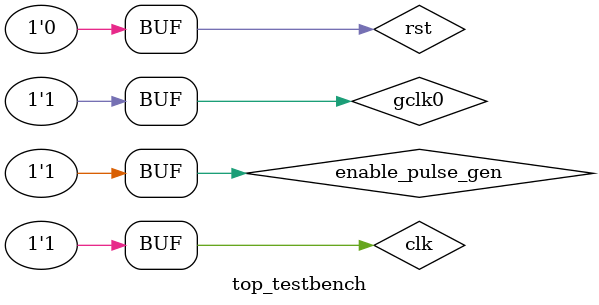
<source format=v>
`timescale 1ns / 1ps
module top_testbench();

parameter  	ADC_BIT_WIDTH = 16;
parameter  	SF_WIDTH = 32;

reg [4*ADC_BIT_WIDTH-1:0] ADC_data;

reg gclk0,clk;
reg rst;
/*
 wire [SF_WIDTH-1:0] ChA_Energy;
 wire [SF_WIDTH-1:0] ChB_Energy;
 wire [SF_WIDTH-1:0] ChC_Energy;
 wire [SF_WIDTH-1:0] ChD_Energy;


Buf_SigProcs Buf_SigProcs_inst(
.data_in(ADC_data),	//data from deserializer
.gclk0(gclk0),   //ADC data clk, 100MHz ~ 125 MHz
.clk(clk),     //slow processing clk, 1MHz ~ 10 MHz
	
.MB_bus_Clk(), 
.fast_fifo_rd(),
.fast_fifo_word(),
.fast_fifo_dout(),
	
.rst(rst),
.ex_trig(ex_trig),

.Trig_TH_Reg(16'd200),  //trigger threshold
.Trig_DT_Reg(16'd500),  //trigger dead time
.Evt_Len_Reg(16'd400),  //Event Length in samples reg
.Evt_Tail_Len_Reg(16'd300),  //Event tail length in samples reg

.control_reg(16'h0),
.status_net(),

.ChA_Energy_reg(ChA_Energy),
.ChB_Energy_reg(ChB_Energy),
.ChC_Energy_reg(ChC_Energy),
.ChD_Energy_reg(ChD_Energy),

.busy(busy) //to prevent the Fast fifo to be readout by MB

);

*/

reg enable_pulse_gen;
wire [15:0] db;


pulse_gen U_pulse_gen (
         .dclk(glck0),
         .reset(rst),
         .enable(enable_pulse_gen),
         .db(db));

//ADC data gclk0 100MHz generation
always begin
#5 gclk0 <= 0;
#5 gclk0 <= 1;
end

//slow clk 10MHz generation
always begin
#50 clk <= 0;
#50 clk <= 1;
end

/////////////////////////////////////////
//test start here

initial begin
	rst <= 1;
	enable_pulse_gen <= 0;
	#110
	rst <= 0;

	#20
	enable_pulse_gen <= 1;

	#1000;
		
end //intital 

endmodule

/*
always@ (posedge gclk0)begin
	if(rst)begin
		sum <= 0;
		index <= 0;
	end
	else begin
	if(rd == 1) begin
		index <= index + 1;
		datain <= db;
		array[index] <= db;
		
		if(CNT >= 1)begin
			enable_pulse_gen <= 0;
			CNT <= 0;
		end
		else begin
			enable_pulse_gen <= 1;
			CNT <= CNT + 1;
		end
	end
	end
end

endmodule
*/


/*
initial begin
CNT <= 0;
N <= 68;
rst <= 1;
start <= 0;
start_file_wr <= 0;
#20

rst <= 0;
enable_pulse_gen <= 0;

f = $fopen("data.txt","w");
#20
start_file_wr <=1;
#20

#20
start <= 1;
enable_pulse_gen <= 1;

@(posedge rdy) begin
start <= 0;

for( i =0;i <= 255;) begin
 $fdisplay(f,"%d\n",array[i]); 
 i = i +1;
end

#1000
start_file_wr <= 0;
#1000
$fclose(f);
end
end
*/


</source>
